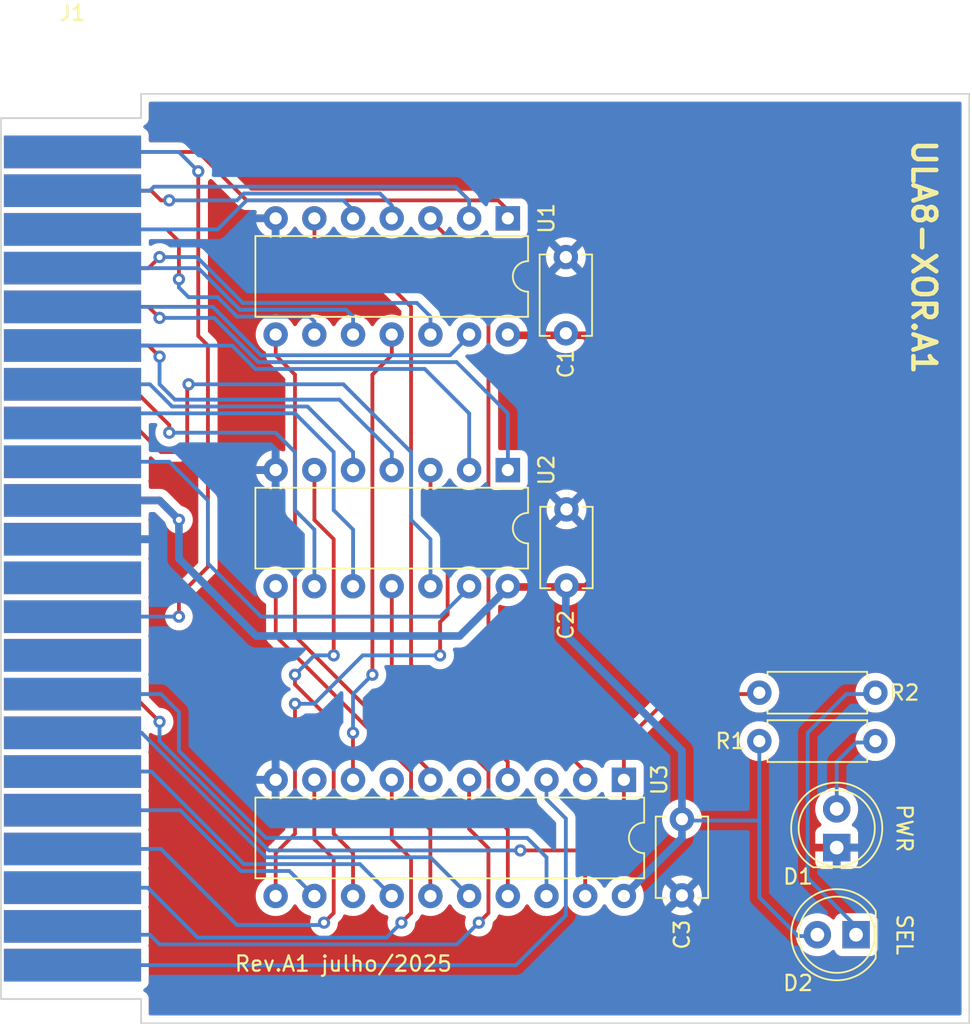
<source format=kicad_pcb>
(kicad_pcb (version 20211014) (generator pcbnew)
  (layers (0 "F.Cu" signal) (31 "B.Cu" signal) (34 "B.Paste" user) (35 "F.Paste" user) (36 "B.SilkS" user "B.Silkscreen") (37 "F.SilkS" user "F.Silkscreen") (38 "B.Mask" user) (39 "F.Mask" user) (44 "Edge.Cuts" user))
  (net 0 "")
  (net 1 "GND")
  (net 2 "+5V")
  (net 3 "Net-(D1-Pad2)")
  (net 4 "Net-(D2-Pad1)")
  (net 5 "lower_bus0")
  (net 6 "lower_bus1")
  (net 7 "lower_bus2")
  (net 8 "lower_bus3")
  (net 9 "lower_bus4")
  (net 10 "lower_bus5")
  (net 11 "lower_bus6")
  (net 12 "lower_bus7")
  (net 17 "n_select")
  (net 25 "/carry")
  (net 26 "upper_bus0")
  (net 27 "upper_bus1")
  (net 28 "upper_bus2")
  (net 29 "upper_bus3")
  (net 30 "upper_bus4")
  (net 31 "upper_bus5")
  (net 32 "upper_bus6")
  (net 33 "upper_bus7")
  (net 36 "ula_bus0")
  (net 37 "ula_bus1")
  (net 38 "ula_bus2")
  (net 39 "ula_bus3")
  (net 40 "ula_bus4")
  (net 41 "ula_bus5")
  (net 42 "ula_bus6")
  (net 43 "ula_bus7")
  (net 44 "Net-(U1-Pad3)")
  (net 45 "Net-(U1-Pad6)")
  (net 46 "Net-(U1-Pad8)")
  (net 47 "Net-(U1-Pad11)")
  (net 48 "Net-(U2-Pad3)")
  (net 49 "Net-(U2-Pad6)")
  (net 50 "Net-(U2-Pad8)")
  (net 51 "Net-(U2-Pad11)")
  (footprint "Package_DIP:DIP-14_W7.62mm" (layer "F.Cu") (at 69.85 36.83 -90)
    (fp_text reference "U1" (at 0 -2.54 90) (layer "F.SilkS"))
    (fp_text value "74LS86")
    (fp_line (start 6.46 -1.33) (end 4.81 -1.33) (layer "F.SilkS") (width 0.12))
    (fp_line (start 6.46 16.57) (end 6.46 -1.33) (layer "F.SilkS") (width 0.12))
    (fp_line (start 1.16 -1.33) (end 1.16 16.57) (layer "F.SilkS") (width 0.12))
    (fp_line (start 1.16 16.57) (end 6.46 16.57) (layer "F.SilkS") (width 0.12))
    (fp_line (start 2.81 -1.33) (end 1.16 -1.33) (layer "F.SilkS") (width 0.12))
    (fp_arc (start 4.81 -1.33) (mid 3.81 -0.33) (end 2.81 -1.33) (layer "F.SilkS") (width 0.12))
    (pad "1" thru_hole rect (at 0 0 270) (size 1.6 1.6) (drill 0.8) (layers *.Cu *.Mask) (net 5 "lower_bus0"))
    (pad "2" thru_hole oval (at 0 2.54 270) (size 1.6 1.6) (drill 0.8) (layers *.Cu *.Mask) (net 26 "upper_bus0"))
    (pad "3" thru_hole oval (at 0 5.08 270) (size 1.6 1.6) (drill 0.8) (layers *.Cu *.Mask) (net 44 "Net-(U1-Pad3)"))
    (pad "4" thru_hole oval (at 0 7.62 270) (size 1.6 1.6) (drill 0.8) (layers *.Cu *.Mask) (net 6 "lower_bus1"))
    (pad "5" thru_hole oval (at 0 10.16 270) (size 1.6 1.6) (drill 0.8) (layers *.Cu *.Mask) (net 27 "upper_bus1"))
    (pad "6" thru_hole oval (at 0 12.7 270) (size 1.6 1.6) (drill 0.8) (layers *.Cu *.Mask) (net 45 "Net-(U1-Pad6)"))
    (pad "7" thru_hole oval (at 0 15.24 270) (size 1.6 1.6) (drill 0.8) (layers *.Cu *.Mask) (net 1 "GND"))
    (pad "8" thru_hole oval (at 7.62 15.24 270) (size 1.6 1.6) (drill 0.8) (layers *.Cu *.Mask) (net 46 "Net-(U1-Pad8)"))
    (pad "9" thru_hole oval (at 7.62 12.7 270) (size 1.6 1.6) (drill 0.8) (layers *.Cu *.Mask) (net 7 "lower_bus2"))
    (pad "10" thru_hole oval (at 7.62 10.16 270) (size 1.6 1.6) (drill 0.8) (layers *.Cu *.Mask) (net 28 "upper_bus2"))
    (pad "11" thru_hole oval (at 7.62 7.62 270) (size 1.6 1.6) (drill 0.8) (layers *.Cu *.Mask) (net 47 "Net-(U1-Pad11)"))
    (pad "12" thru_hole oval (at 7.62 5.08 270) (size 1.6 1.6) (drill 0.8) (layers *.Cu *.Mask) (net 8 "lower_bus3"))
    (pad "13" thru_hole oval (at 7.62 2.54 270) (size 1.6 1.6) (drill 0.8) (layers *.Cu *.Mask) (net 29 "upper_bus3"))
    (pad "14" thru_hole oval (at 7.62 0 270) (size 1.6 1.6) (drill 0.8) (layers *.Cu *.Mask) (net 2 "+5V"))
  )
  (footprint "Capacitor_THT:C_Disc_D5.1mm_W3.2mm_P5.00mm" (layer "F.Cu") (at 73.66 39.37 -90)
    (fp_text reference "C1" (at 6.985 0 90) (layer "F.SilkS"))
    (fp_text value "100nF")
    (fp_line (start 5.17 -1.721) (end 5.17 -1.055) (layer "F.SilkS") (width 0.12))
    (fp_line (start -0.17 1.721) (end 5.17 1.721) (layer "F.SilkS") (width 0.12))
    (fp_line (start -0.17 1.055) (end -0.17 1.721) (layer "F.SilkS") (width 0.12))
    (fp_line (start -0.17 -1.721) (end -0.17 -1.055) (layer "F.SilkS") (width 0.12))
    (fp_line (start -0.17 -1.721) (end 5.17 -1.721) (layer "F.SilkS") (width 0.12))
    (fp_line (start 5.17 1.055) (end 5.17 1.721) (layer "F.SilkS") (width 0.12))
    (pad "1" thru_hole circle (at 0 0 270) (size 1.6 1.6) (drill 0.8) (layers *.Cu *.Mask) (net 1 "GND"))
    (pad "2" thru_hole circle (at 5 0 270) (size 1.6 1.6) (drill 0.8) (layers *.Cu *.Mask) (net 2 "+5V"))
  )
  (footprint "Package_DIP:DIP-14_W7.62mm" (layer "F.Cu") (at 69.85 53.34 -90)
    (fp_text reference "U2" (at 0 -2.54 90) (layer "F.SilkS"))
    (fp_text value "74LS86")
    (fp_line (start 2.81 -1.33) (end 1.16 -1.33) (layer "F.SilkS") (width 0.12))
    (fp_line (start 1.16 -1.33) (end 1.16 16.57) (layer "F.SilkS") (width 0.12))
    (fp_line (start 6.46 16.57) (end 6.46 -1.33) (layer "F.SilkS") (width 0.12))
    (fp_line (start 1.16 16.57) (end 6.46 16.57) (layer "F.SilkS") (width 0.12))
    (fp_line (start 6.46 -1.33) (end 4.81 -1.33) (layer "F.SilkS") (width 0.12))
    (fp_arc (start 4.81 -1.33) (mid 3.81 -0.33) (end 2.81 -1.33) (layer "F.SilkS") (width 0.12))
    (pad "1" thru_hole rect (at 0 0 270) (size 1.6 1.6) (drill 0.8) (layers *.Cu *.Mask) (net 9 "lower_bus4"))
    (pad "2" thru_hole oval (at 0 2.54 270) (size 1.6 1.6) (drill 0.8) (layers *.Cu *.Mask) (net 30 "upper_bus4"))
    (pad "3" thru_hole oval (at 0 5.08 270) (size 1.6 1.6) (drill 0.8) (layers *.Cu *.Mask) (net 48 "Net-(U2-Pad3)"))
    (pad "4" thru_hole oval (at 0 7.62 270) (size 1.6 1.6) (drill 0.8) (layers *.Cu *.Mask) (net 10 "lower_bus5"))
    (pad "5" thru_hole oval (at 0 10.16 270) (size 1.6 1.6) (drill 0.8) (layers *.Cu *.Mask) (net 31 "upper_bus5"))
    (pad "6" thru_hole oval (at 0 12.7 270) (size 1.6 1.6) (drill 0.8) (layers *.Cu *.Mask) (net 49 "Net-(U2-Pad6)"))
    (pad "7" thru_hole oval (at 0 15.24 270) (size 1.6 1.6) (drill 0.8) (layers *.Cu *.Mask) (net 1 "GND"))
    (pad "8" thru_hole oval (at 7.62 15.24 270) (size 1.6 1.6) (drill 0.8) (layers *.Cu *.Mask) (net 50 "Net-(U2-Pad8)"))
    (pad "9" thru_hole oval (at 7.62 12.7 270) (size 1.6 1.6) (drill 0.8) (layers *.Cu *.Mask) (net 11 "lower_bus6"))
    (pad "10" thru_hole oval (at 7.62 10.16 270) (size 1.6 1.6) (drill 0.8) (layers *.Cu *.Mask) (net 32 "upper_bus6"))
    (pad "11" thru_hole oval (at 7.62 7.62 270) (size 1.6 1.6) (drill 0.8) (layers *.Cu *.Mask) (net 51 "Net-(U2-Pad11)"))
    (pad "12" thru_hole oval (at 7.62 5.08 270) (size 1.6 1.6) (drill 0.8) (layers *.Cu *.Mask) (net 12 "lower_bus7"))
    (pad "13" thru_hole oval (at 7.62 2.54 270) (size 1.6 1.6) (drill 0.8) (layers *.Cu *.Mask) (net 33 "upper_bus7"))
    (pad "14" thru_hole oval (at 7.62 0 270) (size 1.6 1.6) (drill 0.8) (layers *.Cu *.Mask) (net 2 "+5V"))
  )
  (footprint "Package_DIP:DIP-20_W7.62mm" (layer "F.Cu") (at 77.47 73.66 -90)
    (fp_text reference "U3" (at 0 -2.33 90) (layer "F.SilkS"))
    (fp_text value "74LS244")
    (fp_line (start 2.81 -1.33) (end 1.16 -1.33) (layer "F.SilkS") (width 0.12))
    (fp_line (start 6.46 -1.33) (end 4.81 -1.33) (layer "F.SilkS") (width 0.12))
    (fp_line (start 1.16 24.19) (end 6.46 24.19) (layer "F.SilkS") (width 0.12))
    (fp_line (start 1.16 -1.33) (end 1.16 24.19) (layer "F.SilkS") (width 0.12))
    (fp_line (start 6.46 24.19) (end 6.46 -1.33) (layer "F.SilkS") (width 0.12))
    (fp_arc (start 4.81 -1.33) (mid 3.81 -0.33) (end 2.81 -1.33) (layer "F.SilkS") (width 0.12))
    (pad "1" thru_hole rect (at 0 0 270) (size 1.6 1.6) (drill 0.8) (layers *.Cu *.Mask) (net 17 "n_select"))
    (pad "2" thru_hole oval (at 0 2.54 270) (size 1.6 1.6) (drill 0.8) (layers *.Cu *.Mask) (net 44 "Net-(U1-Pad3)"))
    (pad "3" thru_hole oval (at 0 5.08 270) (size 1.6 1.6) (drill 0.8) (layers *.Cu *.Mask) (net 43 "ula_bus7"))
    (pad "4" thru_hole oval (at 0 7.62 270) (size 1.6 1.6) (drill 0.8) (layers *.Cu *.Mask) (net 45 "Net-(U1-Pad6)"))
    (pad "5" thru_hole oval (at 0 10.16 270) (size 1.6 1.6) (drill 0.8) (layers *.Cu *.Mask) (net 42 "ula_bus6"))
    (pad "6" thru_hole oval (at 0 12.7 270) (size 1.6 1.6) (drill 0.8) (layers *.Cu *.Mask) (net 46 "Net-(U1-Pad8)"))
    (pad "7" thru_hole oval (at 0 15.24 270) (size 1.6 1.6) (drill 0.8) (layers *.Cu *.Mask) (net 41 "ula_bus5"))
    (pad "8" thru_hole oval (at 0 17.78 270) (size 1.6 1.6) (drill 0.8) (layers *.Cu *.Mask) (net 47 "Net-(U1-Pad11)"))
    (pad "9" thru_hole oval (at 0 20.32 270) (size 1.6 1.6) (drill 0.8) (layers *.Cu *.Mask) (net 40 "ula_bus4"))
    (pad "10" thru_hole oval (at 0 22.86 270) (size 1.6 1.6) (drill 0.8) (layers *.Cu *.Mask) (net 1 "GND"))
    (pad "11" thru_hole oval (at 7.62 22.86 270) (size 1.6 1.6) (drill 0.8) (layers *.Cu *.Mask) (net 48 "Net-(U2-Pad3)"))
    (pad "12" thru_hole oval (at 7.62 20.32 270) (size 1.6 1.6) (drill 0.8) (layers *.Cu *.Mask) (net 39 "ula_bus3"))
    (pad "13" thru_hole oval (at 7.62 17.78 270) (size 1.6 1.6) (drill 0.8) (layers *.Cu *.Mask) (net 49 "Net-(U2-Pad6)"))
    (pad "14" thru_hole oval (at 7.62 15.24 270) (size 1.6 1.6) (drill 0.8) (layers *.Cu *.Mask) (net 38 "ula_bus2"))
    (pad "15" thru_hole oval (at 7.62 12.7 270) (size 1.6 1.6) (drill 0.8) (layers *.Cu *.Mask) (net 50 "Net-(U2-Pad8)"))
    (pad "16" thru_hole oval (at 7.62 10.16 270) (size 1.6 1.6) (drill 0.8) (layers *.Cu *.Mask) (net 37 "ula_bus1"))
    (pad "17" thru_hole oval (at 7.62 7.62 270) (size 1.6 1.6) (drill 0.8) (layers *.Cu *.Mask) (net 51 "Net-(U2-Pad11)"))
    (pad "18" thru_hole oval (at 7.62 5.08 270) (size 1.6 1.6) (drill 0.8) (layers *.Cu *.Mask) (net 36 "ula_bus0"))
    (pad "19" thru_hole oval (at 7.62 2.54 270) (size 1.6 1.6) (drill 0.8) (layers *.Cu *.Mask) (net 17 "n_select"))
    (pad "20" thru_hole oval (at 7.62 0 270) (size 1.6 1.6) (drill 0.8) (layers *.Cu *.Mask) (net 2 "+5V"))
  )
  (footprint "Resistor_THT:R_Axial_DIN0207_L6.3mm_D2.5mm_P7.62mm_Horizontal" (layer "F.Cu") (at 93.98 67.945 180)
    (fp_text reference "R2" (at -1.905 0) (layer "F.SilkS"))
    (fp_text value "1K")
    (fp_line (start 7.08 -1.37) (end 7.08 -1.04) (layer "F.SilkS") (width 0.12))
    (fp_line (start 0.54 1.04) (end 0.54 1.37) (layer "F.SilkS") (width 0.12))
    (fp_line (start 7.08 1.37) (end 7.08 1.04) (layer "F.SilkS") (width 0.12))
    (fp_line (start 0.54 1.37) (end 7.08 1.37) (layer "F.SilkS") (width 0.12))
    (fp_line (start 0.54 -1.04) (end 0.54 -1.37) (layer "F.SilkS") (width 0.12))
    (fp_line (start 0.54 -1.37) (end 7.08 -1.37) (layer "F.SilkS") (width 0.12))
    (pad "1" thru_hole circle (at 0 0 180) (size 1.6 1.6) (drill 0.8) (layers *.Cu *.Mask) (net 4 "Net-(D2-Pad1)"))
    (pad "2" thru_hole oval (at 7.62 0 180) (size 1.6 1.6) (drill 0.8) (layers *.Cu *.Mask) (net 17 "n_select"))
  )
  (footprint "LED_THT:LED_D5.0mm" (layer "F.Cu") (at 92.71 83.82 180)
    (fp_text reference "D2" (at 3.81 -3.175) (layer "F.SilkS"))
    (fp_text value "LED")
    (fp_line (start -1.29 -1.545) (end -1.29 1.545) (layer "F.SilkS") (width 0.12))
    (fp_arc (start 4.26 -0.000462) (mid 2.072002 2.880433) (end -1.29 1.54483) (layer "F.SilkS") (width 0.12))
    (fp_arc (start -1.29 -1.54483) (mid 2.072002 -2.880433) (end 4.26 0.000462) (layer "F.SilkS") (width 0.12))
    (fp_circle (center 1.27 0) (end 3.77 0) (layer "F.SilkS") (width 0.12) (fill none))
    (pad "1" thru_hole rect (at 0 0 180) (size 1.8 1.8) (drill 0.9) (layers *.Cu *.Mask) (net 4 "Net-(D2-Pad1)"))
    (pad "2" thru_hole circle (at 2.54 0 180) (size 1.8 1.8) (drill 0.9) (layers *.Cu *.Mask) (net 2 "+5V"))
  )
  (footprint "edge_connector:edge-connector-44" (layer "F.Cu") (at 41.275 32.475)
    (fp_text reference "J1" (at 0 -9.12 unlocked) (layer "F.SilkS"))
    (fp_text value "ula8a")
    (fp_line (start -4.699 55.56) (end 4.5 55.56) (layer "Edge.Cuts") (width 0.12))
    (fp_line (start 4.5 55.56) (end 4.5 57.15) (layer "Edge.Cuts") (width 0.12))
    (fp_line (start 4.5 -2.22) (end 4.5 -3.81) (layer "Edge.Cuts") (width 0.12))
    (fp_line (start -4.699 -2.22) (end -4.699 55.56) (layer "Edge.Cuts") (width 0.12))
    (fp_line (start -4.699 -2.22) (end 4.5 -2.22) (layer "Edge.Cuts") (width 0.12))
    (pad "1" connect rect (at 0 0) (size 9 2.14) (layers "F.Cu" "F.Mask") (net 5 "lower_bus0"))
    (pad "2" connect rect (at 0 2.54) (size 9 2.14) (layers "F.Cu" "F.Mask") (net 6 "lower_bus1"))
    (pad "3" connect rect (at 0 5.08) (size 9 2.14) (layers "F.Cu" "F.Mask") (net 7 "lower_bus2"))
    (pad "4" connect rect (at 0 7.62) (size 9 2.14) (layers "F.Cu" "F.Mask") (net 8 "lower_bus3"))
    (pad "5" connect rect (at 0 10.16) (size 9 2.14) (layers "F.Cu" "F.Mask") (net 9 "lower_bus4"))
    (pad "6" connect rect (at 0 12.7) (size 9 2.14) (layers "F.Cu" "F.Mask") (net 10 "lower_bus5"))
    (pad "7" connect rect (at 0 15.24) (size 9 2.14) (layers "F.Cu" "F.Mask") (net 11 "lower_bus6"))
    (pad "8" connect rect (at 0 17.78) (size 9 2.14) (layers "F.Cu" "F.Mask") (net 12 "lower_bus7"))
    (pad "9" connect rect (at 0 20.32) (size 9 2.14) (layers "F.Cu" "F.Mask"))
    (pad "10" connect rect (at 0 22.86) (size 9 2.14) (layers "F.Cu" "F.Mask") (net 2 "+5V"))
    (pad "11" connect rect (at 0 25.4) (size 9 2.14) (layers "F.Cu" "F.Mask") (net 1 "GND"))
    (pad "12" connect rect (at 0 27.94) (size 9 2.14) (layers "F.Cu" "F.Mask"))
    (pad "13" connect rect (at 0 30.48) (size 9 2.14) (layers "F.Cu" "F.Mask"))
    (pad "14" connect rect (at 0 33.02) (size 9 2.14) (layers "F.Cu" "F.Mask"))
    (pad "15" connect rect (at 0 35.56) (size 9 2.14) (layers "F.Cu" "F.Mask") (net 17 "n_select"))
    (pad "16" connect rect (at 0 38.1) (size 9 2.14) (layers "F.Cu" "F.Mask"))
    (pad "17" connect rect (at 0 40.64) (size 9 2.14) (layers "F.Cu" "F.Mask"))
    (pad "18" connect rect (at 0 43.18) (size 9 2.14) (layers "F.Cu" "F.Mask"))
    (pad "19" connect rect (at 0 45.72) (size 9 2.14) (layers "F.Cu" "F.Mask"))
    (pad "20" connect rect (at 0 48.26) (size 9 2.14) (layers "F.Cu" "F.Mask"))
    (pad "21" connect rect (at 0 50.8) (size 9 2.14) (layers "F.Cu" "F.Mask"))
    (pad "22" connect rect (at 0 53.34) (size 9 2.14) (layers "F.Cu" "F.Mask"))
    (pad "23" connect rect (at 0 0) (size 9 2.14) (layers "B.Cu" "B.Mask") (net 25 "/carry"))
    (pad "24" connect rect (at 0 2.54) (size 9 2.14) (layers "B.Cu" "B.Mask") (net 26 "upper_bus0"))
    (pad "25" connect rect (at 0 5.08) (size 9 2.14) (layers "B.Cu" "B.Mask") (net 27 "upper_bus1"))
    (pad "26" connect rect (at 0 7.62) (size 9 2.14) (layers "B.Cu" "B.Mask") (net 28 "upper_bus2"))
    (pad "27" connect rect (at 0 10.16) (size 9 2.14) (layers "B.Cu" "B.Mask") (net 29 "upper_bus3"))
    (pad "28" connect rect (at 0 12.7) (size 9 2.14) (layers "B.Cu" "B.Mask") (net 30 "upper_bus4"))
    (pad "29" connect rect (at 0 15.24) (size 9 2.14) (layers "B.Cu" "B.Mask") (net 31 "upper_bus5"))
    (pad "30" connect rect (at 0 17.78) (size 9 2.14) (layers "B.Cu" "B.Mask") (net 32 "upper_bus6"))
    (pad "31" connect rect (at 0 20.32) (size 9 2.14) (layers "B.Cu" "B.Mask") (net 33 "upper_bus7"))
    (pad "32" connect rect (at 0 22.86) (size 9 2.14) (layers "B.Cu" "B.Mask") (net 2 "+5V"))
    (pad "33" connect rect (at 0 25.4) (size 9 2.14) (layers "B.Cu" "B.Mask") (net 1 "GND"))
    (pad "34" connect rect (at 0 27.94) (size 9 2.14) (layers "B.Cu" "B.Mask"))
    (pad "35" connect rect (at 0 30.48) (size 9 2.14) (layers "B.Cu" "B.Mask") (net 25 "/carry"))
    (pad "36" connect rect (at 0 33.02) (size 9 2.14) (layers "B.Cu" "B.Mask"))
    (pad "37" connect rect (at 0 35.56) (size 9 2.14) (layers "B.Cu" "B.Mask") (net 36 "ula_bus0"))
    (pad "38" connect rect (at 0 38.1) (size 9 2.14) (layers "B.Cu" "B.Mask") (net 37 "ula_bus1"))
    (pad "39" connect rect (at 0 40.64) (size 9 2.14) (layers "B.Cu" "B.Mask") (net 38 "ula_bus2"))
    (pad "40" connect rect (at 0 43.18) (size 9 2.14) (layers "B.Cu" "B.Mask") (net 39 "ula_bus3"))
    (pad "41" connect rect (at 0 45.72) (size 9 2.14) (layers "B.Cu" "B.Mask") (net 40 "ula_bus4"))
    (pad "42" connect rect (at 0 48.26) (size 9 2.14) (layers "B.Cu" "B.Mask") (net 41 "ula_bus5"))
    (pad "43" connect rect (at 0 50.8) (size 9 2.14) (layers "B.Cu" "B.Mask") (net 42 "ula_bus6"))
    (pad "44" connect rect (at 0 53.34) (size 9 2.14) (layers "B.Cu" "B.Mask") (net 43 "ula_bus7"))
  )
  (footprint "LED_THT:LED_D5.0mm" (layer "F.Cu") (at 91.44 78.105 90)
    (fp_text reference "D1" (at -1.905 -2.54 180) (layer "F.SilkS"))
    (fp_text value "LED")
    (fp_line (start -1.29 -1.545) (end -1.29 1.545) (layer "F.SilkS") (width 0.12))
    (fp_arc (start -1.29 -1.54483) (mid 2.072002 -2.880433) (end 4.26 0.000462) (layer "F.SilkS") (width 0.12))
    (fp_arc (start 4.26 -0.000462) (mid 2.072002 2.880433) (end -1.29 1.54483) (layer "F.SilkS") (width 0.12))
    (fp_circle (center 1.27 0) (end 3.77 0) (layer "F.SilkS") (width 0.12) (fill none))
    (pad "1" thru_hole rect (at 0 0 90) (size 1.8 1.8) (drill 0.9) (layers *.Cu *.Mask) (net 1 "GND"))
    (pad "2" thru_hole circle (at 2.54 0 90) (size 1.8 1.8) (drill 0.9) (layers *.Cu *.Mask) (net 3 "Net-(D1-Pad2)"))
  )
  (footprint "Resistor_THT:R_Axial_DIN0207_L6.3mm_D2.5mm_P7.62mm_Horizontal" (layer "F.Cu") (at 86.36 71.12)
    (fp_text reference "R1" (at -1.905 0) (layer "F.SilkS"))
    (fp_text value "1K")
    (fp_line (start 0.54 1.37) (end 7.08 1.37) (layer "F.SilkS") (width 0.12))
    (fp_line (start 7.08 -1.37) (end 7.08 -1.04) (layer "F.SilkS") (width 0.12))
    (fp_line (start 0.54 -1.04) (end 0.54 -1.37) (layer "F.SilkS") (width 0.12))
    (fp_line (start 7.08 1.37) (end 7.08 1.04) (layer "F.SilkS") (width 0.12))
    (fp_line (start 0.54 1.04) (end 0.54 1.37) (layer "F.SilkS") (width 0.12))
    (fp_line (start 0.54 -1.37) (end 7.08 -1.37) (layer "F.SilkS") (width 0.12))
    (pad "1" thru_hole circle (at 0 0) (size 1.6 1.6) (drill 0.8) (layers *.Cu *.Mask) (net 2 "+5V"))
    (pad "2" thru_hole oval (at 7.62 0) (size 1.6 1.6) (drill 0.8) (layers *.Cu *.Mask) (net 3 "Net-(D1-Pad2)"))
  )
  (footprint "Capacitor_THT:C_Disc_D5.1mm_W3.2mm_P5.00mm" (layer "F.Cu") (at 73.7 55.92 -90)
    (fp_text reference "C2" (at 7.58 0.04 90) (layer "F.SilkS"))
    (fp_text value "100nF")
    (fp_line (start -0.17 -1.721) (end 5.17 -1.721) (layer "F.SilkS") (width 0.12))
    (fp_line (start 5.17 1.055) (end 5.17 1.721) (layer "F.SilkS") (width 0.12))
    (fp_line (start -0.17 1.721) (end 5.17 1.721) (layer "F.SilkS") (width 0.12))
    (fp_line (start 5.17 -1.721) (end 5.17 -1.055) (layer "F.SilkS") (width 0.12))
    (fp_line (start -0.17 1.055) (end -0.17 1.721) (layer "F.SilkS") (width 0.12))
    (fp_line (start -0.17 -1.721) (end -0.17 -1.055) (layer "F.SilkS") (width 0.12))
    (pad "1" thru_hole circle (at 0 0 270) (size 1.6 1.6) (drill 0.8) (layers *.Cu *.Mask) (net 1 "GND"))
    (pad "2" thru_hole circle (at 5 0 270) (size 1.6 1.6) (drill 0.8) (layers *.Cu *.Mask) (net 2 "+5V"))
  )
  (footprint "Capacitor_THT:C_Disc_D5.1mm_W3.2mm_P5.00mm" (layer "F.Cu") (at 81.28 81.24 90)
    (fp_text reference "C3" (at -2.58 0 90) (layer "F.SilkS"))
    (fp_text value "100nF")
    (fp_line (start 5.17 1.055) (end 5.17 1.721) (layer "F.SilkS") (width 0.12))
    (fp_line (start -0.17 1.055) (end -0.17 1.721) (layer "F.SilkS") (width 0.12))
    (fp_line (start 5.17 -1.721) (end 5.17 -1.055) (layer "F.SilkS") (width 0.12))
    (fp_line (start -0.17 -1.721) (end 5.17 -1.721) (layer "F.SilkS") (width 0.12))
    (fp_line (start -0.17 -1.721) (end -0.17 -1.055) (layer "F.SilkS") (width 0.12))
    (fp_line (start -0.17 1.721) (end 5.17 1.721) (layer "F.SilkS") (width 0.12))
    (pad "1" thru_hole circle (at 0 0 90) (size 1.6 1.6) (drill 0.8) (layers *.Cu *.Mask) (net 1 "GND"))
    (pad "2" thru_hole circle (at 5 0 90) (size 1.6 1.6) (drill 0.8) (layers *.Cu *.Mask) (net 2 "+5V"))
  )
  (gr_line (start 100.136 28.665) (end 45.775 28.665) (layer "Edge.Cuts") (width 0.1))
  (gr_line (start 100.136 89.625) (end 100.136 28.665) (layer "Edge.Cuts") (width 0.1))
  (gr_line (start 45.775 89.625) (end 100.136 89.625) (layer "Edge.Cuts") (width 0.1))
  (gr_text "Rev.A1 julho/2025" (at 59.055 85.725) (layer "F.SilkS") (effects (font (size 1 1))))
  (gr_text "PWR" (at 95.885 76.835 270) (layer "F.SilkS") (effects (font (size 1 1))))
  (gr_text "ULA8-XOR.A1" (at 97.155 39.37 270) (layer "F.SilkS") (effects (font (size 1.5 1.5) (thickness 0.3))))
  (gr_text "SEL" (at 95.885 83.82 270) (layer "F.SilkS") (effects (font (size 1 1))))
  (segment (start 75.565 60.415) (end 75.565 45.175) (width 0.5) (layer "F.Cu") (net 2))
  (segment (start 73.66 61.01) (end 69.905 61.01) (width 0.5) (layer "F.Cu") (net 2))
  (segment (start 73.66 44.5) (end 69.905 44.5) (width 0.5) (layer "F.Cu") (net 2))
  (segment (start 48.26 56.605) (end 46.99 55.335) (width 0.5) (layer "F.Cu") (net 2))
  (segment (start 46.99 55.335) (end 41.469 55.335) (width 0.5) (layer "F.Cu") (net 2))
  (segment (start 73.66 61.01) (end 74.97 61.01) (width 0.5) (layer "F.Cu") (net 2))
  (segment (start 75.565 45.175) (end 74.89 44.5) (width 0.5) (layer "F.Cu") (net 2))
  (segment (start 74.89 44.5) (end 73.66 44.5) (width 0.5) (layer "F.Cu") (net 2))
  (segment (start 74.97 61.01) (end 75.565 60.415) (width 0.5) (layer "F.Cu") (net 2))
  (via (at 48.26 56.605) (size 0.8) (drill 0.4) (layers "F.Cu" "B.Cu") (net 2))
  (segment (start 86.36 75.655) (end 86.36 81.37) (width 0.25) (layer "B.Cu") (net 2))
  (segment (start 46.99 55.335) (end 41.469 55.335) (width 0.5) (layer "B.Cu") (net 2))
  (segment (start 81.28 71.755) (end 73.66 64.135) (width 0.5) (layer "B.Cu") (net 2))
  (segment (start 81.28 76.33) (end 86.32 76.33) (width 0.25) (layer "B.Cu") (net 2))
  (segment (start 86.36 81.37) (end 88.9 83.91) (width 0.25) (layer "B.Cu") (net 2))
  (segment (start 81.28 71.755) (end 81.28 77.47) (width 0.5) (layer "B.Cu") (net 2))
  (segment (start 48.26 56.605) (end 46.99 55.335) (width 0.5) (layer "B.Cu") (net 2))
  (segment (start 86.32 76.33) (end 86.36 76.29) (width 0.25) (layer "B.Cu") (net 2))
  (segment (start 86.36 71.21) (end 86.36 75.655) (width 0.25) (layer "B.Cu") (net 2))
  (segment (start 73.66 64.135) (end 73.66 61.01) (width 0.5) (layer "B.Cu") (net 2))
  (segment (start 81.28 77.47) (end 77.47 81.28) (width 0.5) (layer "B.Cu") (net 2))
  (segment (start 53.34 64.225) (end 66.69 64.225) (width 0.5) (layer "B.Cu") (net 2))
  (segment (start 66.69 64.225) (end 69.855 61.06) (width 0.5) (layer "B.Cu") (net 2))
  (segment (start 48.26 59.145) (end 53.34 64.225) (width 0.5) (layer "B.Cu") (net 2))
  (segment (start 48.26 56.605) (end 48.26 59.145) (width 0.5) (layer "B.Cu") (net 2))
  (segment (start 88.9 83.91) (end 90.175 83.91) (width 0.25) (layer "B.Cu") (net 2))
  (segment (start 86.36 76.29) (end 86.36 75.655) (width 0.25) (layer "B.Cu") (net 2))
  (segment (start 91.44 72.48) (end 92.71 71.21) (width 0.25) (layer "B.Cu") (net 3))
  (segment (start 91.44 75.66) (end 91.44 72.48) (width 0.25) (layer "B.Cu") (net 3))
  (segment (start 92.71 71.21) (end 93.98 71.21) (width 0.25) (layer "B.Cu") (net 3))
  (segment (start 89.535 80.1) (end 89.535 70.575) (width 0.25) (layer "B.Cu") (net 4))
  (segment (start 89.535 70.575) (end 92.075 68.035) (width 0.25) (layer "B.Cu") (net 4))
  (segment (start 92.075 68.035) (end 93.98 68.035) (width 0.25) (layer "B.Cu") (net 4))
  (segment (start 92.715 83.28) (end 89.535 80.1) (width 0.25) (layer "B.Cu") (net 4))
  (segment (start 92.715 83.91) (end 92.715 83.28) (width 0.25) (layer "B.Cu") (net 4))
  (segment (start 69.855 36.2925) (end 69.855 36.93) (width 0.25) (layer "F.Cu") (net 5))
  (segment (start 69.2125 35.65) (end 69.855 36.2925) (width 0.25) (layer "F.Cu") (net 5))
  (segment (start 49.53 32.475) (end 52.705 35.65) (width 0.25) (layer "F.Cu") (net 5))
  (segment (start 41.469 32.475) (end 49.53 32.475) (width 0.25) (layer "F.Cu") (net 5))
  (segment (start 52.705 35.65) (end 69.2125 35.65) (width 0.25) (layer "F.Cu") (net 5))
  (segment (start 47.08 35.65) (end 46.445 35.015) (width 0.25) (layer "F.Cu") (net 6))
  (segment (start 46.445 35.015) (end 41.469 35.015) (width 0.25) (layer "F.Cu") (net 6))
  (segment (start 47.625 35.65) (end 47.08 35.65) (width 0.25) (layer "F.Cu") (net 6))
  (via (at 47.625 35.65) (size 0.8) (drill 0.4) (layers "F.Cu" "B.Cu") (net 6))
  (segment (start 62.235 35.975) (end 62.235 36.93) (width 0.25) (layer "B.Cu") (net 6))
  (segment (start 52.518802 35.20048) (end 61.46048 35.20048) (width 0.25) (layer "B.Cu") (net 6))
  (segment (start 47.625 35.65) (end 52.069282 35.65) (width 0.25) (layer "B.Cu") (net 6))
  (segment (start 52.069282 35.65) (end 52.518802 35.20048) (width 0.25) (layer "B.Cu") (net 6))
  (segment (start 61.46048 35.20048) (end 62.235 35.975) (width 0.25) (layer "B.Cu") (net 6))
  (segment (start 47.469114 37.555) (end 41.469 37.555) (width 0.25) (layer "F.Cu") (net 7))
  (segment (start 48.26 40.8195) (end 48.26 38.345886) (width 0.25) (layer "F.Cu") (net 7))
  (segment (start 48.26 38.345886) (end 47.469114 37.555) (width 0.25) (layer "F.Cu") (net 7))
  (via (at 48.26 40.8195) (size 0.8) (drill 0.4) (layers "F.Cu" "B.Cu") (net 7))
  (segment (start 48.26 40.8195) (end 48.26 41.365) (width 0.25) (layer "B.Cu") (net 7))
  (segment (start 48.26 41.365) (end 48.895 42) (width 0.25) (layer "B.Cu") (net 7))
  (segment (start 52.075 43.275) (end 56.835 43.275) (width 0.25) (layer "B.Cu") (net 7))
  (segment (start 50.8 42) (end 52.075 43.275) (width 0.25) (layer "B.Cu") (net 7))
  (segment (start 56.835 43.275) (end 57.155 43.595) (width 0.25) (layer "B.Cu") (net 7))
  (segment (start 57.155 43.595) (end 57.155 44.55) (width 0.25) (layer "B.Cu") (net 7))
  (segment (start 48.895 42) (end 50.8 42) (width 0.25) (layer "B.Cu") (net 7))
  (segment (start 46.2655 40.095) (end 41.469 40.095) (width 0.25) (layer "F.Cu") (net 8))
  (segment (start 46.99 39.3705) (end 46.2655 40.095) (width 0.25) (layer "F.Cu") (net 8))
  (via (at 46.99 39.3705) (size 0.8) (drill 0.4) (layers "F.Cu" "B.Cu") (net 8))
  (segment (start 52.447395 42.37596) (end 63.87596 42.37596) (width 0.25) (layer "B.Cu") (net 8))
  (segment (start 63.87596 42.37596) (end 64.775 43.275) (width 0.25) (layer "B.Cu") (net 8))
  (segment (start 64.775 43.275) (end 64.775 44.55) (width 0.25) (layer "B.Cu") (net 8))
  (segment (start 46.99 39.3705) (end 49.441935 39.3705) (width 0.25) (layer "B.Cu") (net 8))
  (segment (start 49.441935 39.3705) (end 52.447395 42.37596) (width 0.25) (layer "B.Cu") (net 8))
  (segment (start 46.2655 42.635) (end 41.469 42.635) (width 0.25) (layer "F.Cu") (net 9))
  (segment (start 46.99 43.3595) (end 46.2655 42.635) (width 0.25) (layer "F.Cu") (net 9))
  (via (at 46.99 43.3595) (size 0.8) (drill 0.4) (layers "F.Cu" "B.Cu") (net 9))
  (segment (start 53.471303 46.25952) (end 66.48952 46.25952) (width 0.25) (layer "B.Cu") (net 9))
  (segment (start 66.48952 46.25952) (end 69.855 49.625) (width 0.25) (layer "B.Cu") (net 9))
  (segment (start 69.855 49.625) (end 69.855 53.44) (width 0.25) (layer "B.Cu") (net 9))
  (segment (start 46.99 43.3595) (end 50.571282 43.3595) (width 0.25) (layer "B.Cu") (net 9))
  (segment (start 50.571282 43.3595) (end 53.471303 46.25952) (width 0.25) (layer "B.Cu") (net 9))
  (segment (start 46.2655 45.175) (end 41.469 45.175) (width 0.25) (layer "F.Cu") (net 10))
  (segment (start 46.99 45.8995) (end 46.2655 45.175) (width 0.25) (layer "F.Cu") (net 10))
  (via (at 46.99 45.8995) (size 0.8) (drill 0.4) (layers "F.Cu" "B.Cu") (net 10))
  (segment (start 62.235 52.165) (end 62.235 53.44) (width 0.25) (layer "B.Cu") (net 10))
  (segment (start 46.99 45.8995) (end 46.99 47.714282) (width 0.25) (layer "B.Cu") (net 10))
  (segment (start 58.79096 48.72096) (end 62.235 52.165) (width 0.25) (layer "B.Cu") (net 10))
  (segment (start 47.996678 48.72096) (end 58.79096 48.72096) (width 0.25) (layer "B.Cu") (net 10))
  (segment (start 46.99 47.714282) (end 47.996678 48.72096) (width 0.25) (layer "B.Cu") (net 10))
  (segment (start 44.954022 47.715) (end 41.469 47.715) (width 0.25) (layer "F.Cu") (net 11))
  (segment (start 47.625 50.385978) (end 44.954022 47.715) (width 0.25) (layer "F.Cu") (net 11))
  (segment (start 47.625 50.89) (end 47.625 50.385978) (width 0.25) (layer "F.Cu") (net 11))
  (via (at 47.625 50.89) (size 0.8) (drill 0.4) (layers "F.Cu" "B.Cu") (net 11))
  (segment (start 55.88 55.97) (end 57.155 57.245) (width 0.25) (layer "B.Cu") (net 11))
  (segment (start 55.88 52.16) (end 55.88 55.97) (width 0.25) (layer "B.Cu") (net 11))
  (segment (start 54.61 50.89) (end 55.88 52.16) (width 0.25) (layer "B.Cu") (net 11))
  (segment (start 57.155 57.245) (end 57.155 61.06) (width 0.25) (layer "B.Cu") (net 11))
  (segment (start 47.625 50.89) (end 54.61 50.89) (width 0.25) (layer "B.Cu") (net 11))
  (segment (start 48.895 47.715) (end 48.8055 47.8045) (width 0.25) (layer "F.Cu") (net 12))
  (segment (start 48.8055 51.6145) (end 48.26 52.16) (width 0.25) (layer "F.Cu") (net 12))
  (segment (start 45.175 50.255) (end 41.469 50.255) (width 0.25) (layer "F.Cu") (net 12))
  (segment (start 47.08 52.16) (end 45.175 50.255) (width 0.25) (layer "F.Cu") (net 12))
  (segment (start 48.8055 47.8045) (end 48.8055 51.6145) (width 0.25) (layer "F.Cu") (net 12))
  (segment (start 48.26 52.16) (end 47.08 52.16) (width 0.25) (layer "F.Cu") (net 12))
  (via (at 48.895 47.715) (size 0.8) (drill 0.4) (layers "F.Cu" "B.Cu") (net 12))
  (segment (start 59.055 47.715) (end 63.5 52.16) (width 0.25) (layer "B.Cu") (net 12))
  (segment (start 64.775 57.88) (end 64.775 61.06) (width 0.25) (layer "B.Cu") (net 12))
  (segment (start 63.5 56.605) (end 64.775 57.88) (width 0.25) (layer "B.Cu") (net 12))
  (segment (start 63.5 52.16) (end 63.5 56.605) (width 0.25) (layer "B.Cu") (net 12))
  (segment (start 48.895 47.715) (end 59.055 47.715) (width 0.25) (layer "B.Cu") (net 12))
  (segment (start 77.47 76.2) (end 75.37952 78.29048) (width 0.25) (layer "F.Cu") (net 17))
  (segment (start 74.93 81.28) (end 74.93 78.47596) (width 0.25) (layer "F.Cu") (net 17))
  (segment (start 70.67048 78.29048) (end 73.84548 78.29048) (width 0.25) (layer "F.Cu") (net 17))
  (segment (start 41.469 68.035) (end 45.175 68.035) (width 0.25) (layer "F.Cu") (net 17))
  (segment (start 80.645 68.035) (end 77.47 71.21) (width 0.25) (layer "F.Cu") (net 17))
  (segment (start 75.37952 78.29048) (end 74.74452 78.29048) (width 0.25) (layer "F.Cu") (net 17))
  (segment (start 86.36 68.035) (end 80.645 68.035) (width 0.25) (layer "F.Cu") (net 17))
  (segment (start 77.47 71.21) (end 77.47 76.2) (width 0.25) (layer "F.Cu") (net 17))
  (segment (start 73.84548 78.29048) (end 74.74452 78.29048) (width 0.25) (layer "F.Cu") (net 17))
  (segment (start 74.93 78.47596) (end 74.74452 78.29048) (width 0.25) (layer "F.Cu") (net 17))
  (segment (start 45.175 68.035) (end 46.99 69.85) (width 0.25) (layer "F.Cu") (net 17))
  (via (at 70.67048 78.29048) (size 0.8) (drill 0.4) (layers "F.Cu" "B.Cu") (net 17))
  (via (at 46.99 69.85) (size 0.8) (drill 0.4) (layers "F.Cu" "B.Cu") (net 17))
  (segment (start 70.67048 78.29048) (end 54.161198 78.29048) (width 0.25) (layer "B.Cu") (net 17))
  (segment (start 54.161198 78.29048) (end 46.99 71.119282) (width 0.25) (layer "B.Cu") (net 17))
  (segment (start 46.99 71.119282) (end 46.99 69.85) (width 0.25) (layer "B.Cu") (net 17))
  (segment (start 48.26 62.955) (end 48.26 61.595) (width 0.25) (layer "F.Cu") (net 25))
  (segment (start 50.165 59.69) (end 50.165 45.175) (width 0.25) (layer "F.Cu") (net 25))
  (segment (start 49.53 44.54) (end 49.53 33.745) (width 0.25) (layer "F.Cu") (net 25))
  (segment (start 50.165 45.175) (end 49.53 44.54) (width 0.25) (layer "F.Cu") (net 25))
  (segment (start 48.26 61.595) (end 50.165 59.69) (width 0.25) (layer "F.Cu") (net 25))
  (via (at 48.26 62.955) (size 0.8) (drill 0.4) (layers "F.Cu" "B.Cu") (net 25))
  (via (at 49.53 33.745) (size 0.8) (drill 0.4) (layers "F.Cu" "B.Cu") (net 25))
  (segment (start 48.26 62.955) (end 41.469 62.955) (width 0.25) (layer "B.Cu") (net 25))
  (segment (start 41.275 32.475) (end 48.26 32.475) (width 0.25) (layer "B.Cu") (net 25))
  (segment (start 48.26 32.475) (end 49.53 33.745) (width 0.25) (layer "B.Cu") (net 25))
  (segment (start 46.355 35.015) (end 46.61904 34.75096) (width 0.25) (layer "B.Cu") (net 26))
  (segment (start 41.275 35.015) (end 46.355 35.015) (width 0.25) (layer "B.Cu") (net 26))
  (segment (start 66.41096 34.75096) (end 67.315 35.655) (width 0.25) (layer "B.Cu") (net 26))
  (segment (start 46.61904 34.75096) (end 66.41096 34.75096) (width 0.25) (layer "B.Cu") (net 26))
  (segment (start 67.315 35.655) (end 67.315 36.93) (width 0.25) (layer "B.Cu") (net 26))
  (segment (start 41.275 37.555) (end 50.8 37.555) (width 0.25) (layer "B.Cu") (net 27))
  (segment (start 59.055 35.65) (end 59.695 36.29) (width 0.25) (layer "B.Cu") (net 27))
  (segment (start 59.695 36.29) (end 59.695 36.93) (width 0.25) (layer "B.Cu") (net 27))
  (segment (start 52.705 35.65) (end 59.055 35.65) (width 0.25) (layer "B.Cu") (net 27))
  (segment (start 50.8 37.555) (end 52.705 35.65) (width 0.25) (layer "B.Cu") (net 27))
  (segment (start 59.24548 42.82548) (end 59.695 43.275) (width 0.25) (layer "B.Cu") (net 28))
  (segment (start 52.261197 42.82548) (end 59.24548 42.82548) (width 0.25) (layer "B.Cu") (net 28))
  (segment (start 59.695 43.275) (end 59.695 44.55) (width 0.25) (layer "B.Cu") (net 28))
  (segment (start 41.275 40.095) (end 49.530717 40.095) (width 0.25) (layer "B.Cu") (net 28))
  (segment (start 49.530717 40.095) (end 52.261197 42.82548) (width 0.25) (layer "B.Cu") (net 28))
  (segment (start 53.6575 45.81) (end 66.055 45.81) (width 0.25) (layer "B.Cu") (net 29))
  (segment (start 66.055 45.81) (end 67.315 44.55) (width 0.25) (layer "B.Cu") (net 29))
  (segment (start 50.4825 42.635) (end 53.6575 45.81) (width 0.25) (layer "B.Cu") (net 29))
  (segment (start 41.275 42.635) (end 50.4825 42.635) (width 0.25) (layer "B.Cu") (net 29))
  (segment (start 67.315 49.625) (end 67.315 53.44) (width 0.25) (layer "B.Cu") (net 30))
  (segment (start 53.285106 46.70904) (end 64.39904 46.70904) (width 0.25) (layer "B.Cu") (net 30))
  (segment (start 64.39904 46.70904) (end 67.315 49.625) (width 0.25) (layer "B.Cu") (net 30))
  (segment (start 41.275 45.175) (end 51.751065 45.175) (width 0.25) (layer "B.Cu") (net 30))
  (segment (start 51.751065 45.175) (end 53.285106 46.70904) (width 0.25) (layer "B.Cu") (net 30))
  (segment (start 56.70048 49.17048) (end 59.695 52.165) (width 0.25) (layer "B.Cu") (net 31))
  (segment (start 59.695 52.165) (end 59.695 53.44) (width 0.25) (layer "B.Cu") (net 31))
  (segment (start 41.275 47.715) (end 46.355 47.715) (width 0.25) (layer "B.Cu") (net 31))
  (segment (start 47.81048 49.17048) (end 56.70048 49.17048) (width 0.25) (layer "B.Cu") (net 31))
  (segment (start 46.355 47.715) (end 47.81048 49.17048) (width 0.25) (layer "B.Cu") (net 31))
  (segment (start 58.42 55.97) (end 59.695 57.245) (width 0.25) (layer "B.Cu") (net 32))
  (segment (start 41.275 50.255) (end 41.91 49.62) (width 0.25) (layer "B.Cu") (net 32))
  (segment (start 59.695 57.245) (end 59.695 61.06) (width 0.25) (layer "B.Cu") (net 32))
  (segment (start 41.91 49.62) (end 55.88 49.62) (width 0.25) (layer "B.Cu") (net 32))
  (segment (start 58.42 52.16) (end 58.42 55.97) (width 0.25) (layer "B.Cu") (net 32))
  (segment (start 55.88 49.62) (end 58.42 52.16) (width 0.25) (layer "B.Cu") (net 32))
  (segment (start 50.165 55.335) (end 50.165 59.4625) (width 0.25) (layer "B.Cu") (net 33))
  (segment (start 65.42 62.955) (end 67.315 61.06) (width 0.25) (layer "B.Cu") (net 33))
  (segment (start 41.275 52.795) (end 47.625 52.795) (width 0.25) (layer "B.Cu") (net 33))
  (segment (start 53.6575 62.955) (end 65.42 62.955) (width 0.25) (layer "B.Cu") (net 33))
  (segment (start 47.625 52.795) (end 50.165 55.335) (width 0.25) (layer "B.Cu") (net 33))
  (segment (start 50.165 59.4625) (end 53.6575 62.955) (width 0.25) (layer "B.Cu") (net 33))
  (segment (start 48.26 71.753564) (end 53.976436 77.47) (width 0.25) (layer "B.Cu") (net 36))
  (segment (start 72.39 78.74) (end 72.39 81.28) (width 0.25) (layer "B.Cu") (net 36))
  (segment (start 47.08 68.035) (end 48.26 69.215) (width 0.25) (layer "B.Cu") (net 36))
  (segment (start 71.12 77.47) (end 72.39 78.74) (width 0.25) (layer "B.Cu") (net 36))
  (segment (start 53.976436 77.47) (end 71.12 77.47) (width 0.25) (layer "B.Cu") (net 36))
  (segment (start 48.26 69.215) (end 48.26 71.753564) (width 0.25) (layer "B.Cu") (net 36))
  (segment (start 41.469 68.035) (end 47.08 68.035) (width 0.25) (layer "B.Cu") (net 36))
  (segment (start 45.81 70.575) (end 53.975 78.74) (width 0.25) (layer "B.Cu") (net 37))
  (segment (start 64.77 78.74) (end 67.31 81.28) (width 0.25) (layer "B.Cu") (net 37))
  (segment (start 53.975 78.74) (end 64.77 78.74) (width 0.25) (layer "B.Cu") (net 37))
  (segment (start 41.469 70.575) (end 45.81 70.575) (width 0.25) (layer "B.Cu") (net 37))
  (segment (start 60.13952 79.18952) (end 62.23 81.28) (width 0.25) (layer "B.Cu") (net 38))
  (segment (start 41.469 73.115) (end 46.445718 73.115) (width 0.25) (layer "B.Cu") (net 38))
  (segment (start 52.520238 79.18952) (end 60.13952 79.18952) (width 0.25) (layer "B.Cu") (net 38))
  (segment (start 46.445718 73.115) (end 52.520238 79.18952) (width 0.25) (layer "B.Cu") (net 38))
  (segment (start 55.50904 79.63904) (end 57.15 81.28) (width 0.25) (layer "B.Cu") (net 39))
  (segment (start 48.35 75.655) (end 52.334041 79.63904) (width 0.25) (layer "B.Cu") (net 39))
  (segment (start 41.469 75.655) (end 48.35 75.655) (width 0.25) (layer "B.Cu") (net 39))
  (segment (start 52.334041 79.63904) (end 55.50904 79.63904) (width 0.25) (layer "B.Cu") (net 39))
  (segment (start 58.42 78.83) (end 57.15 77.56) (width 0.25) (layer "F.Cu") (net 40))
  (segment (start 57.15 77.56) (end 57.15 73.66) (width 0.25) (layer "F.Cu") (net 40))
  (segment (start 57.785 83.02765) (end 58.42 82.39265) (width 0.25) (layer "F.Cu") (net 40))
  (segment (start 58.42 82.39265) (end 58.42 78.83) (width 0.25) (layer "F.Cu") (net 40))
  (via (at 57.785 83.02765) (size 0.8) (drill 0.4) (layers "F.Cu" "B.Cu") (net 40))
  (segment (start 57.785 83.02765) (end 57.62765 83.185) (width 0.25) (layer "B.Cu") (net 40))
  (segment (start 47.08 78.195) (end 41.469 78.195) (width 0.25) (layer "B.Cu") (net 40))
  (segment (start 52.07 83.185) (end 47.08 78.195) (width 0.25) (layer "B.Cu") (net 40))
  (segment (start 57.62765 83.185) (end 52.07 83.185) (width 0.25) (layer "B.Cu") (net 40))
  (segment (start 63.5 82.39265) (end 63.5 78.83) (width 0.25) (layer "F.Cu") (net 41))
  (segment (start 62.865 83.02765) (end 63.5 82.39265) (width 0.25) (layer "F.Cu") (net 41))
  (segment (start 63.5 78.83) (end 62.23 77.56) (width 0.25) (layer "F.Cu") (net 41))
  (segment (start 62.23 77.56) (end 62.23 73.66) (width 0.25) (layer "F.Cu") (net 41))
  (via (at 62.865 83.02765) (size 0.8) (drill 0.4) (layers "F.Cu" "B.Cu") (net 41))
  (segment (start 49.48948 84.00548) (end 46.219 80.735) (width 0.25) (layer "B.Cu") (net 41))
  (segment (start 62.865 83.02765) (end 61.88717 84.00548) (width 0.25) (layer "B.Cu") (net 41))
  (segment (start 46.219 80.735) (end 41.469 80.735) (width 0.25) (layer "B.Cu") (net 41))
  (segment (start 61.88717 84.00548) (end 49.48948 84.00548) (width 0.25) (layer "B.Cu") (net 41))
  (segment (start 67.31 76.88) (end 67.31 73.66) (width 0.25) (layer "F.Cu") (net 42))
  (segment (start 68.58 82.39265) (end 68.58 78.15) (width 0.25) (layer "F.Cu") (net 42))
  (segment (start 67.945 83.02765) (end 68.58 82.39265) (width 0.25) (layer "F.Cu") (net 42))
  (segment (start 68.58 78.15) (end 67.31 76.88) (width 0.25) (layer "F.Cu") (net 42))
  (via (at 67.945 83.02765) (size 0.8) (drill 0.4) (layers "F.Cu" "B.Cu") (net 42))
  (segment (start 42.014 83.82) (end 41.469 83.275) (width 0.25) (layer "B.Cu") (net 42))
  (segment (start 46.355 83.82) (end 42.014 83.82) (width 0.25) (layer "B.Cu") (net 42))
  (segment (start 67.945 83.02765) (end 66.51765 84.455) (width 0.25) (layer "B.Cu") (net 42))
  (segment (start 66.51765 84.455) (end 46.99 84.455) (width 0.25) (layer "B.Cu") (net 42))
  (segment (start 46.99 84.455) (end 46.355 83.82) (width 0.25) (layer "B.Cu") (net 42))
  (segment (start 70.395 85.815) (end 73.66 82.55) (width 0.25) (layer "B.Cu") (net 43))
  (segment (start 73.66 76.2) (end 72.39 74.93) (width 0.25) (layer "B.Cu") (net 43))
  (segment (start 73.66 82.55) (end 73.66 76.2) (width 0.25) (layer "B.Cu") (net 43))
  (segment (start 41.469 85.815) (end 70.395 85.815) (width 0.25) (layer "B.Cu") (net 43))
  (segment (start 72.39 74.93) (end 72.39 73.66) (width 0.25) (layer "B.Cu") (net 43))
  (segment (start 68.58 66.765) (end 74.93 73.115) (width 0.25) (layer "F.Cu") (net 44))
  (segment (start 74.93 73.115) (end 74.93 73.66) (width 0.25) (layer "F.Cu") (net 44))
  (segment (start 64.775 36.93) (end 68.58 40.735) (width 0.25) (layer "F.Cu") (net 44))
  (segment (start 68.58 40.735) (end 68.58 66.765) (width 0.25) (layer "F.Cu") (net 44))
  (segment (start 63.5 66.13) (end 69.845 72.475) (width 0.25) (layer "F.Cu") (net 45))
  (segment (start 59.055 40.73) (end 61.595 40.73) (width 0.25) (layer "F.Cu") (net 45))
  (segment (start 57.155 36.93) (end 57.155 38.83) (width 0.25) (layer "F.Cu") (net 45))
  (segment (start 63.5 42.635) (end 63.5 66.13) (width 0.25) (layer "F.Cu") (net 45))
  (segment (start 57.155 38.83) (end 59.055 40.73) (width 0.25) (layer "F.Cu") (net 45))
  (segment (start 69.845 72.475) (end 69.845 73.76) (width 0.25) (layer "F.Cu") (net 45))
  (segment (start 61.595 40.73) (end 63.5 42.635) (width 0.25) (layer "F.Cu") (net 45))
  (segment (start 55.88 47.0825) (end 55.88 64.225) (width 0.25) (layer "F.Cu") (net 46))
  (segment (start 64.765 73.11) (end 64.765 73.76) (width 0.25) (layer "F.Cu") (net 46))
  (segment (start 55.88 64.225) (end 64.765 73.11) (width 0.25) (layer "F.Cu") (net 46))
  (segment (start 54.615 45.8175) (end 55.88 47.0825) (width 0.25) (layer "F.Cu") (net 46))
  (segment (start 54.615 44.55) (end 54.615 45.8175) (width 0.25) (layer "F.Cu") (net 46))
  (segment (start 60.96 47.08) (end 62.235 45.805) (width 0.25) (layer "F.Cu") (net 47))
  (segment (start 62.235 45.805) (end 62.235 44.55) (width 0.25) (layer "F.Cu") (net 47))
  (segment (start 59.69 70.575) (end 59.685 70.58) (width 0.25) (layer "F.Cu") (net 47))
  (segment (start 59.685 70.58) (end 59.685 73.76) (width 0.25) (layer "F.Cu") (net 47))
  (segment (start 60.96 66.765) (end 60.96 47.08) (width 0.25) (layer "F.Cu") (net 47))
  (via (at 59.69 70.575) (size 0.8) (drill 0.4) (layers "F.Cu" "B.Cu") (net 47))
  (via (at 60.96 66.765) (size 0.8) (drill 0.4) (layers "F.Cu" "B.Cu") (net 47))
  (segment (start 60.96 66.765) (end 59.69 68.035) (width 0.25) (layer "B.Cu") (net 47))
  (segment (start 59.69 68.035) (end 59.69 70.575) (width 0.25) (layer "B.Cu") (net 47))
  (segment (start 64.775 56.6125) (end 64.775 53.44) (width 0.25) (layer "F.Cu") (net 48))
  (segment (start 55.88 77.1975) (end 54.61 78.4675) (width 0.25) (layer "F.Cu") (net 48))
  (segment (start 65.899511 62.814511) (end 65.899511 57.737011) (width 0.25) (layer "F.Cu") (net 48))
  (segment (start 55.88 68.67) (end 55.88 77.1975) (width 0.25) (layer "F.Cu") (net 48))
  (segment (start 65.405 63.309022) (end 65.899511 62.814511) (width 0.25) (layer "F.Cu") (net 48))
  (segment (start 65.405 65.495) (end 65.405 63.309022) (width 0.25) (layer "F.Cu") (net 48))
  (segment (start 54.61 78.4675) (end 54.61 81.28) (width 0.25) (layer "F.Cu") (net 48))
  (segment (start 65.899511 57.737011) (end 64.775 56.6125) (width 0.25) (layer "F.Cu") (net 48))
  (via (at 55.88 68.67) (size 0.8) (drill 0.4) (layers "F.Cu" "B.Cu") (net 48))
  (via (at 65.405 65.495) (size 0.8) (drill 0.4) (layers "F.Cu" "B.Cu") (net 48))
  (segment (start 57.15 68.67) (end 55.88 68.67) (width 0.25) (layer "B.Cu") (net 48))
  (segment (start 65.405 65.495) (end 60.325 65.495) (width 0.25) (layer "B.Cu") (net 48))
  (segment (start 60.325 65.495) (end 57.15 68.67) (width 0.25) (layer "B.Cu") (net 48))
  (segment (start 58.42 57.875) (end 57.155 56.61) (width 0.25) (layer "F.Cu") (net 49))
  (segment (start 55.88 67.4) (end 58.42 69.94) (width 0.25) (layer "F.Cu") (net 49))
  (segment (start 58.42 65.495) (end 58.42 57.875) (width 0.25) (layer "F.Cu") (net 49))
  (segment (start 58.42 69.94) (end 58.42 77.1975) (width 0.25) (layer "F.Cu") (net 49))
  (segment (start 58.42 77.1975) (end 59.69 78.4675) (width 0.25) (layer "F.Cu") (net 49))
  (segment (start 55.88 66.765) (end 55.88 67.4) (width 0.25) (layer "F.Cu") (net 49))
  (segment (start 59.69 78.4675) (end 59.69 81.28) (width 0.25) (layer "F.Cu") (net 49))
  (segment (start 57.155 56.61) (end 57.155 53.44) (width 0.25) (layer "F.Cu") (net 49))
  (via (at 55.88 66.765) (size 0.8) (drill 0.4) (layers "F.Cu" "B.Cu") (net 49))
  (via (at 58.42 65.495) (size 0.8) (drill 0.4) (layers "F.Cu" "B.Cu") (net 49))
  (segment (start 55.88 66.765) (end 57.15 65.495) (width 0.25) (layer "B.Cu") (net 49))
  (segment (start 57.15 65.495) (end 58.42 65.495) (width 0.25) (layer "B.Cu") (net 49))
  (segment (start 54.615 61.06) (end 54.615 64.23) (width 0.25) (layer "F.Cu") (net 50))
  (segment (start 54.615 64.23) (end 63.5 73.115) (width 0.25) (layer "F.Cu") (net 50))
  (segment (start 63.5 75.655) (end 64.77 76.925) (width 0.25) (layer "F.Cu") (net 50))
  (segment (start 64.765 76.93) (end 64.765 81.38) (width 0.25) (layer "F.Cu") (net 50))
  (segment (start 63.5 73.115) (end 63.5 75.655) (width 0.25) (layer "F.Cu") (net 50))
  (segment (start 64.77 76.925) (end 64.765 76.93) (width 0.25) (layer "F.Cu") (net 50))
  (segment (start 69.85 76.925) (end 69.85 81.28) (width 0.25) (layer "F.Cu") (net 51))
  (segment (start 62.235 66.725) (end 68.58 73.07) (width 0.25) (layer "F.Cu") (net 51))
  (segment (start 62.235 61.06) (end 62.235 66.725) (width 0.25) (layer "F.Cu") (net 51))
  (segment (start 68.58 75.655) (end 69.85 76.925) (width 0.25) (layer "F.Cu") (net 51))
  (segment (start 68.58 73.07) (end 68.58 75.655) (width 0.25) (layer "F.Cu") (net 51))
  (zone (net 1) (net_name "GND") (layer "F.Cu") (connect_pads (clearance 0.508)) (min_thickness 0.254) (fill yes (thermal_gap 0.508) (thermal_bridge_width 0.508))
    (polygon (pts (xy 100.33 89.535) (xy 45.72 89.535) (xy 45.72 28.575) (xy 100.33 28.575)))
  )
  (zone (net 1) (net_name "GND") (layer "B.Cu") (connect_pads (clearance 0.508)) (min_thickness 0.254) (fill yes (thermal_gap 0.508) (thermal_bridge_width 0.508))
    (polygon (pts (xy 100.33 89.535) (xy 45.72 89.535) (xy 45.72 28.575) (xy 100.33 28.575)))
  )
)
</source>
